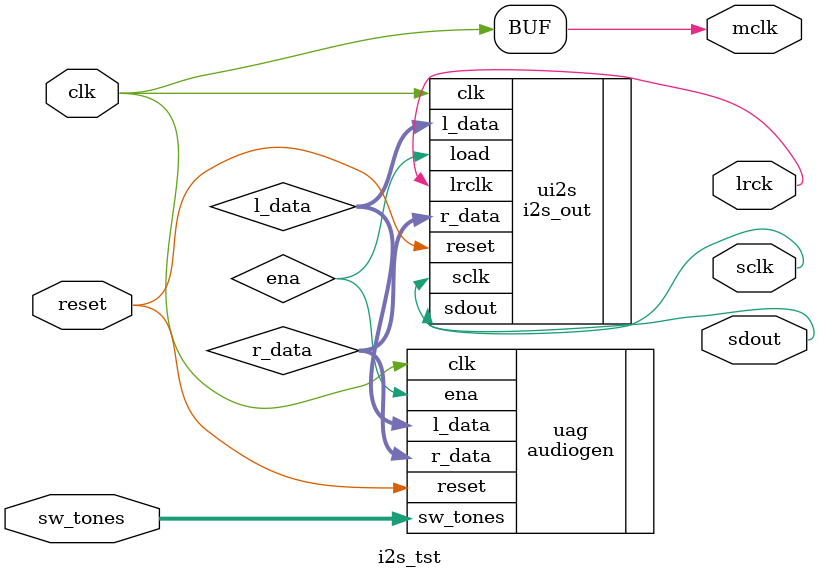
<source format=v>

module i2s_tst(
	clk,
	reset,
	mclk, 
	sclk, 
	lrck,
	sdout,
	sw_tones
);
	input wire clk;			// 16MHz system clock
	input wire reset;		// POR
	output wire mclk;		// Master clock
	output wire sclk;		// Serial clock
	output wire lrck;		// Left/Right word clock
	output wire sdout;		// Audio data
	input wire [7:0] sw_tones;
	
	// Sample rate
	wire ena;
	
	// Audio Data Source
	wire signed [23:0] l_data, r_data;
	audiogen uag(
		.clk(clk),
		.reset(reset),
		.ena(ena),
		.sw_tones(sw_tones),
		.l_data(l_data),
		.r_data(r_data)
	);
	
	
	// I2S serializer
	i2s_out ui2s(
		.clk(clk),
		.reset(reset),
		.l_data(l_data), 
		.r_data(r_data),
		.sdout(sdout), 
		.sclk(sclk), 
		.lrclk(lrck),
		.load(ena)
	);
	
	// Master I2S clock is just system clock
	assign mclk = clk;
	
	
	
	
endmodule

</source>
